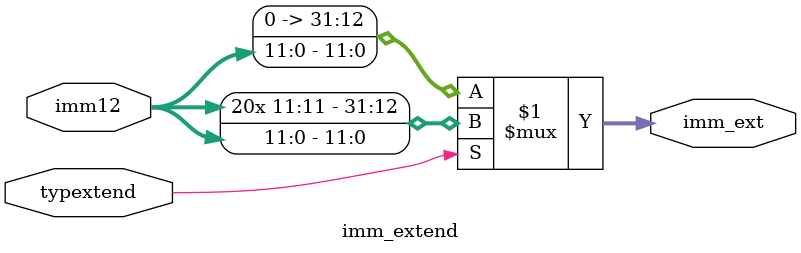
<source format=v>
`timescale 1ns/1ps
module imm_extend (
    input  [11:0] imm12,
    input         typextend,
    output [31:0] imm_ext
);
    assign imm_ext = (typextend) ? {{20{imm12[11]}}, imm12} : {20'b0, imm12};
endmodule
</source>
